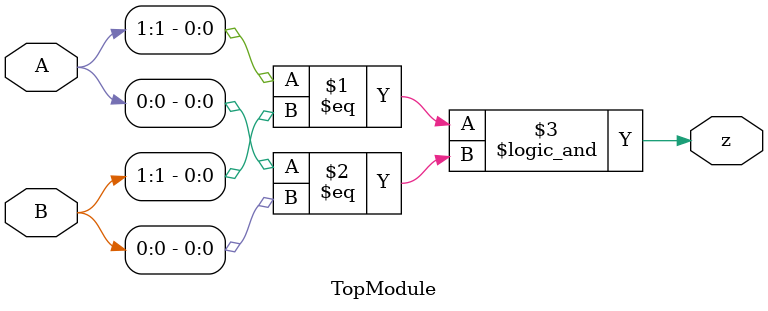
<source format=sv>


module TopModule (
  input [1:0] A,
  input [1:0] B,
  output z
);

assign z = (A[1] == B[1]) && (A[0] == B[0]);
endmodule

</source>
